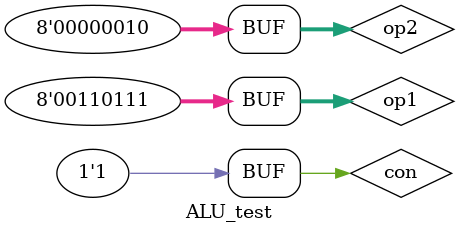
<source format=v>
`timescale 1ns/1ns

module ALU_test();
  
  reg [7:0] op1,op2;
  reg  con;
  wire [7:0] result;

  alu alu1(.in1(op1),.in2(op2),.aluc(con),.out(result));

  initial
  begin
    $dumpfile("alu.vcd");
    $dumpvars(0);		

    op1= 55; 
    op2= 2;
    con=0;
    
    #10;
    con=1;  
    #10;	  
  end

endmodule  
</source>
